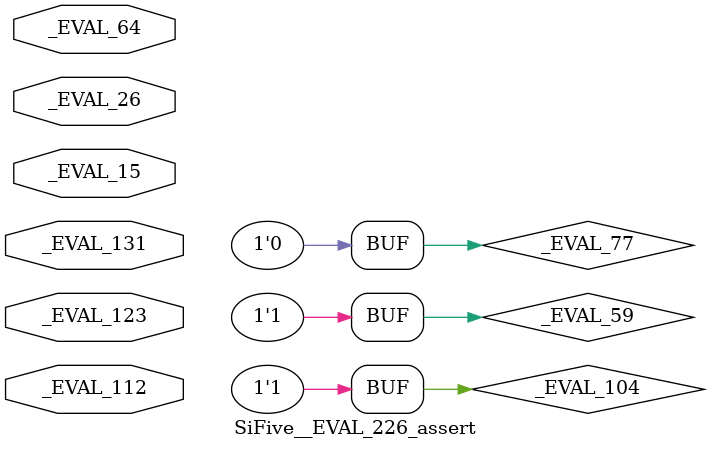
<source format=sv>
module SiFive__EVAL_226_assert(
  input        _EVAL_15,
  input        _EVAL_26,
  input  [1:0] _EVAL_64,
  input        _EVAL_112,
  input        _EVAL_131,
  input        _EVAL_123
);
  wire  _EVAL_85;
  wire  _EVAL_57;
  wire  _EVAL_120;
  wire  _EVAL_104;
  wire  _EVAL_59;
  wire  _EVAL_133;
  wire  _EVAL_117;
  wire  _EVAL_132;
  wire  _EVAL_77;
  wire  _EVAL_109;
  wire  _EVAL_52;
  wire  _EVAL_95;
  wire  _EVAL_135;
  assign _EVAL_85 = _EVAL_112 == 1'h0;
  assign _EVAL_57 = _EVAL_131 == 1'h0;
  assign _EVAL_120 = _EVAL_85 | _EVAL_57;
  assign _EVAL_104 = _EVAL_64 == _EVAL_64;
  assign _EVAL_59 = _EVAL_104 | _EVAL_15;
  assign _EVAL_133 = _EVAL_123 == 1'h0;
  assign _EVAL_117 = _EVAL_112 | _EVAL_131;
  assign _EVAL_132 = _EVAL_133 | _EVAL_117;
  assign _EVAL_77 = _EVAL_59 == 1'h0;
  assign _EVAL_109 = _EVAL_120 | _EVAL_15;
  assign _EVAL_52 = _EVAL_132 | _EVAL_15;
  assign _EVAL_95 = _EVAL_52 == 1'h0;
  assign _EVAL_135 = _EVAL_109 == 1'h0;
  always @(posedge _EVAL_26) begin
    `ifndef SYNTHESIS
    `ifdef STOP_COND
      if (`STOP_COND) begin
    `endif
        if (_EVAL_135) begin
          $fatal;
        end
    `ifdef STOP_COND
      end
    `endif
    `endif // SYNTHESIS
    `ifndef SYNTHESIS
    `ifdef STOP_COND
      if (`STOP_COND) begin
    `endif
        if (_EVAL_95) begin
          $fatal;
        end
    `ifdef STOP_COND
      end
    `endif
    `endif // SYNTHESIS
    `ifndef SYNTHESIS
    `ifdef STOP_COND
      if (`STOP_COND) begin
    `endif
        if (_EVAL_77) begin
          $fatal;
        end
    `ifdef STOP_COND
      end
    `endif
    `endif // SYNTHESIS
    `ifndef SYNTHESIS
    `ifdef PRINTF_COND
      if (`PRINTF_COND) begin
    `endif
        if (_EVAL_95) begin
          $fwrite(32'h80000002,"Obfuscated Simulation Output(883ce8c1)\n");
        end
    `ifdef PRINTF_COND
      end
    `endif
    `endif // SYNTHESIS
    `ifndef SYNTHESIS
    `ifdef PRINTF_COND
      if (`PRINTF_COND) begin
    `endif
        if (_EVAL_135) begin
          $fwrite(32'h80000002,"Obfuscated Simulation Output(fd0bb131)\n");
        end
    `ifdef PRINTF_COND
      end
    `endif
    `endif // SYNTHESIS
    `ifndef SYNTHESIS
    `ifdef PRINTF_COND
      if (`PRINTF_COND) begin
    `endif
        if (_EVAL_77) begin
          $fwrite(32'h80000002,"Obfuscated Simulation Output(d9a924c1)\n");
        end
    `ifdef PRINTF_COND
      end
    `endif
    `endif // SYNTHESIS
  end

endmodule

</source>
